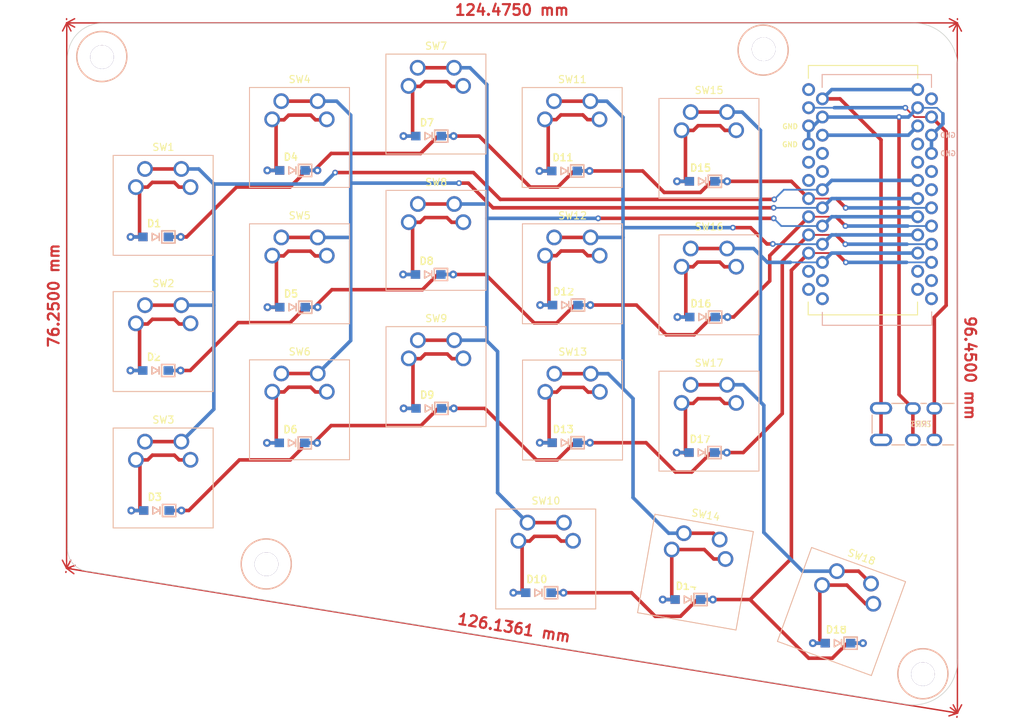
<source format=kicad_pcb>
(kicad_pcb (version 20211014) (generator pcbnew)
  (layers (0 "F.Cu" signal) (31 "B.Cu" signal) (34 "B.Paste" user) (35 "F.Paste" user) (36 "B.SilkS" user "B.Silkscreen") (37 "F.SilkS" user "F.Silkscreen") (38 "B.Mask" user) (39 "F.Mask" user) (44 "Edge.Cuts" user))
  (net 0 "")
  (net 1 "row0")
  (net 2 "Net-(D1-Pad2)")
  (net 3 "row1")
  (net 4 "Net-(D2-Pad2)")
  (net 5 "row2")
  (net 6 "Net-(D3-Pad2)")
  (net 7 "Net-(D4-Pad2)")
  (net 8 "Net-(D5-Pad2)")
  (net 9 "Net-(D6-Pad2)")
  (net 10 "Net-(D7-Pad2)")
  (net 11 "Net-(D8-Pad2)")
  (net 12 "Net-(D9-Pad2)")
  (net 13 "row3")
  (net 14 "Net-(D10-Pad2)")
  (net 15 "Net-(D11-Pad2)")
  (net 16 "Net-(D12-Pad2)")
  (net 17 "Net-(D13-Pad2)")
  (net 18 "Net-(D14-Pad2)")
  (net 19 "Net-(D15-Pad2)")
  (net 20 "Net-(D16-Pad2)")
  (net 21 "Net-(D17-Pad2)")
  (net 22 "Net-(D18-Pad2)")
  (net 24 "data")
  (net 25 "GND")
  (net 26 "reset")
  (net 27 "col0")
  (net 28 "col1")
  (net 29 "col2")
  (net 30 "col3")
  (net 31 "col4")
  (net 40 "raw")
  (footprint "chocolad:SW_Cherry_ds" (layer "F.Cu") (at 103.1 119.05)
    (fp_text reference "SW6")
    (fp_text value "SW_PUSH")
  )
  (footprint "chocolad:SW_Cherry_ds" (layer "F.Cu") (at 141.25 119.075)
    (fp_text reference "SW13")
    (fp_text value "SW_PUSH")
  )
  (footprint "chocolad:SOD_123" (layer "F.Cu") (at 82.75 94.9 180)
    (fp_text reference "D1")
    (fp_text value "D")
  )
  (footprint "chocolad:SW_Cherry_ds" (layer "F.Cu") (at 122.177235 114.396441)
    (fp_text reference "SW9")
    (fp_text value "SW_PUSH")
  )
  (footprint "chocolad:SW_Cherry_ds" (layer "F.Cu") (at 141.2 80.975)
    (fp_text reference "SW11")
    (fp_text value "SW_PUSH")
  )
  (footprint "chocolad:SOD_123" (layer "F.Cu") (at 139.875 85.675 180)
    (fp_text reference "D11")
    (fp_text value "D")
  )
  (footprint "chocolad:SW_Cherry_ds" (layer "F.Cu") (at 103.09 80.97)
    (fp_text reference "SW4")
    (fp_text value "SW_PUSH")
  )
  (footprint "chocolad:SW_Cherry_ds" (layer "F.Cu") (at 122.175 95.35)
    (fp_text reference "SW8")
    (fp_text value "SW_PUSH")
  )
  (footprint "chocolad:SW_Cherry_ds" (layer "F.Cu") (at 158.425 141.75 -10)
    (fp_text reference "SW14")
    (fp_text value "SW_PUSH")
  )
  (footprint "chocolad:SW_Cherry_ds" (layer "F.Cu") (at 137.5 139.9)
    (fp_text reference "SW10")
    (fp_text value "SW_PUSH")
  )
  (footprint "chocolad:SOD_123" (layer "F.Cu") (at 136.225 144.65 180)
    (fp_text reference "D10")
    (fp_text value "D")
  )
  (footprint "chocolad:SOD_123" (layer "F.Cu") (at 82.725 113.575 180)
    (fp_text reference "D2")
    (fp_text value "D")
  )
  (footprint "chocolad:SW_Cherry_ds" (layer "F.Cu") (at 84.05 109.5)
    (fp_text reference "SW2")
    (fp_text value "SW_PUSH")
  )
  (footprint "chocolad:SOD_123" (layer "F.Cu") (at 101.85 85.6 180)
    (fp_text reference "D4")
    (fp_text value "D")
  )
  (footprint "" (layer "F.Cu") (at 190.175 156.025)
    (fp_text reference "")
    (fp_text value "")
  )
  (footprint "chocolad:SW_Cherry_ds" (layer "F.Cu") (at 84.05 90.45)
    (fp_text reference "SW1")
    (fp_text value "SW_PUSH")
  )
  (footprint "promicro:ProMicro" (layer "F.Cu") (at 183.725 88.325)
    (fp_text reference "U2" hide)
    (fp_text value "ProMicro")
  )
  (footprint "chocolad:SOD_123" (layer "F.Cu") (at 82.85 133.15 180)
    (fp_text reference "D3")
    (fp_text value "D")
  )
  (footprint "" (layer "F.Cu") (at 98.45 140.65)
    (fp_text reference "")
    (fp_text value "")
  )
  (footprint "chocolad:SOD_123" (layer "F.Cu") (at 159.1 87.125 180)
    (fp_text reference "D15")
    (fp_text value "D")
  )
  (footprint "chocolad:TRRS" (layer "F.Cu") (at 194.975 121.075 -90)
    (fp_text reference "J1")
    (fp_text value "TRRS" hide)
  )
  (footprint "" (layer "F.Cu") (at 167.925 68.65)
    (fp_text reference "")
    (fp_text value "")
  )
  (footprint "chocolad:SOD_123" (layer "F.Cu") (at 120.825 100.15 180)
    (fp_text reference "D8")
    (fp_text value "D")
  )
  (footprint "chocolad:SW_Cherry_ds" (layer "F.Cu") (at 178.832043 147.260058 -20)
    (fp_text reference "SW18")
    (fp_text value "SW_PUSH")
  )
  (footprint "chocolad:SOD_123" (layer "F.Cu") (at 101.8 123.7 180)
    (fp_text reference "D6")
    (fp_text value "D")
  )
  (footprint "chocolad:SW_Cherry_ds" (layer "F.Cu") (at 160.3 82.495)
    (fp_text reference "SW15")
    (fp_text value "SW_PUSH")
  )
  (footprint "chocolad:SW_Cherry_ds" (layer "F.Cu") (at 160.3 120.625)
    (fp_text reference "SW17")
    (fp_text value "SW_PUSH")
  )
  (footprint "chocolad:SOD_123" (layer "F.Cu") (at 120.875 80.8 180)
    (fp_text reference "D7")
    (fp_text value "D")
  )
  (footprint "chocolad:SOD_123" (layer "F.Cu") (at 159.15 106.1 180)
    (fp_text reference "D16")
    (fp_text value "D")
  )
  (footprint "chocolad:SOD_123" (layer "F.Cu") (at 101.875 104.725 180)
    (fp_text reference "D5")
    (fp_text value "D")
  )
  (footprint "chocolad:SW_Cherry_ds" (layer "F.Cu") (at 84.05 128.575)
    (fp_text reference "SW3")
    (fp_text value "SW_PUSH")
  )
  (footprint "chocolad:SW_Cherry_ds" (layer "F.Cu") (at 103.1 100.025)
    (fp_text reference "SW5")
    (fp_text value "SW_PUSH")
  )
  (footprint "chocolad:SW_Cherry_ds" (layer "F.Cu") (at 141.225 100.025)
    (fp_text reference "SW12")
    (fp_text value "SW_PUSH")
  )
  (footprint "chocolad:SW_Cherry_ds" (layer "F.Cu") (at 122.15 76.3)
    (fp_text reference "SW7")
    (fp_text value "SW_PUSH")
  )
  (footprint "chocolad:SW_Cherry_ds" (layer "F.Cu") (at 160.3 101.575)
    (fp_text reference "SW16")
    (fp_text value "SW_PUSH")
  )
  (footprint "chocolad:SOD_123" (layer "F.Cu") (at 139.925 123.675 180)
    (fp_text reference "D13")
    (fp_text value "D")
  )
  (footprint "promicro:ProMicro" (layer "F.Cu") (at 181.8 87.025)
    (fp_text reference "U1" hide)
    (fp_text value "ProMicro")
  )
  (footprint "chocolad:SOD_123" (layer "F.Cu") (at 157.1 145.6 180)
    (fp_text reference "D14")
    (fp_text value "D")
  )
  (footprint "" (layer "F.Cu") (at 75.475 69.75)
    (fp_text reference "")
    (fp_text value "")
  )
  (footprint "chocolad:SOD_123" (layer "F.Cu") (at 120.9 118.875 180)
    (fp_text reference "D9")
    (fp_text value "D")
  )
  (footprint "chocolad:SOD_123" (layer "F.Cu") (at 159.05 125.05 180)
    (fp_text reference "D17")
    (fp_text value "D")
  )
  (footprint "chocolad:SOD_123" (layer "F.Cu") (at 178.075 151.7 180)
    (fp_text reference "D18")
    (fp_text value "D")
  )
  (footprint "chocolad:SOD_123" (layer "F.Cu") (at 139.975 104.425 180)
    (fp_text reference "D12")
    (fp_text value "D")
  )
  (gr_circle (center 167.85 68.775) (end 171.35 68.775) (layer "B.SilkS") (width 0.2) (fill none))
  (gr_line (start 176.1 72.2) (end 176.1 74) (layer "B.SilkS") (width 0.15))
  (gr_circle (center 190.175 155.975) (end 193.675 155.975) (layer "B.SilkS") (width 0.2) (fill none))
  (gr_line (start 191.4 107.25) (end 191.4 105.375) (layer "B.SilkS") (width 0.15))
  (gr_line (start 191.375 72.2) (end 176.1 72.2) (layer "B.SilkS") (width 0.15))
  (gr_circle (center 98.425 140.625) (end 101.925 140.625) (layer "B.SilkS") (width 0.2) (fill none))
  (gr_circle (center 75.45 69.675) (end 78.95 69.675) (layer "B.SilkS") (width 0.2) (fill none))
  (gr_line (start 176.125 107.25) (end 191.4 107.25) (layer "B.SilkS") (width 0.15))
  (gr_line (start 191.375 74) (end 191.375 72.2) (layer "B.SilkS") (width 0.15))
  (gr_line (start 176.125 105.45) (end 176.125 107.25) (layer "B.SilkS") (width 0.15))
  (gr_line (start 174.175 70.925) (end 174.175 72.725) (layer "F.SilkS") (width 0.15))
  (gr_circle (center 190.175 155.975) (end 193.675 155.975) (layer "F.SilkS") (width 0.2) (fill none))
  (gr_line (start 174.15 104) (end 174.15 105.8) (layer "F.SilkS") (width 0.15))
  (gr_circle (center 98.425 140.625) (end 101.925 140.625) (layer "F.SilkS") (width 0.2) (fill none))
  (gr_circle (center 167.85 68.775) (end 171.35 68.775) (layer "F.SilkS") (width 0.2) (fill none))
  (gr_line (start 189.45 72.725) (end 189.45 70.925) (layer "F.SilkS") (width 0.15))
  (gr_line (start 189.45 70.925) (end 174.175 70.925) (layer "F.SilkS") (width 0.15))
  (gr_line (start 189.425 105.8) (end 189.425 104) (layer "F.SilkS") (width 0.15))
  (gr_circle (center 75.45 69.675) (end 78.95 69.675) (layer "F.SilkS") (width 0.2) (fill none))
  (gr_line (start 174.15 105.8) (end 189.425 105.8) (layer "F.SilkS") (width 0.15))
  (gr_line (start 194.975 154) (end 194.975 70.5) (layer "Edge.Cuts") (width 0.1))
  (gr_arc (start 73.1 141.568941) (mid 71.331582 140.469844) (end 70.675 138.493941) (layer "Edge.Cuts") (width 0.1))
  (gr_arc (start 70.675 70.0225) (mid 72.085992 66.433492) (end 75.675 65.0225) (layer "Edge.Cuts") (width 0.1))
  (gr_arc (start 194.975 154) (mid 192.986142 158.72404) (end 188.1 160.2725) (layer "Edge.Cuts") (width 0.1))
  (gr_line (start 73.1 141.568941) (end 188.1 160.2725) (layer "Edge.Cuts") (width 0.1))
  (gr_arc (start 188.675 65.0225) (mid 192.929659 66.490717) (end 194.975 70.5) (layer "Edge.Cuts") (width 0.1))
  (gr_line (start 188.675 65.0225) (end 75.675 65.0225) (layer "Edge.Cuts") (width 0.1))
  (gr_line (start 70.675 138.493941) (end 70.675 70.0225) (layer "Edge.Cuts") (width 0.1))
  (gr_text "GND" (at 193.7 83.225) (layer "B.SilkS") (effects (font (size 0.7 0.7)) (justify mirror)))
  (gr_text "GND" (at 193.675 80.675) (layer "B.SilkS") (effects (font (size 0.7 0.7)) (justify mirror)))
  (gr_text "GND" (at 171.625 79.45) (layer "F.SilkS") (effects (font (size 0.7 0.7))))
  (gr_text "GND" (at 171.6 81.975) (layer "F.SilkS") (effects (font (size 0.7 0.7))))
  (dimension (type aligned) (layer "F.Cu") (pts (xy 195 65) (xy 195.025 161.45)) (height 0.025006) (gr_text "96,4500 мм" (at 196.787494 113.224539 270.0148512) (layer "F.Cu") (effects (font (size 1.5 1.5) (thickness 0.3)))) (format (units 3) (units_format 1) (precision 4)) (style (thickness 0.2) (arrow_length 1.27) (text_position_mode 0) (extension_height 0.58642) (extension_offset 0.5) keep_text_aligned))
  (dimension (type aligned) (layer "F.Cu") (pts (xy 70.525 64.975) (xy 70.5 141.225)) (height -0.024999) (gr_text "76,2500 мм" (at 68.737499 103.099418 89.9812145) (layer "F.Cu") (effects (font (size 1.5 1.5) (thickness 0.3)))) (format (units 3) (units_format 1) (precision 4)) (style (thickness 0.2) (arrow_length 1.27) (text_position_mode 0) (extension_height 0.58642) (extension_offset 0.5) keep_text_aligned))
  (dimension (type aligned) (layer "F.Cu") (pts (xy 195 65) (xy 70.525 65)) (height 0.025) (gr_text "124,4750 мм" (at 132.7625 63.175) (layer "F.Cu") (effects (font (size 1.5 1.5) (thickness 0.3)))) (format (units 3) (units_format 1) (precision 4)) (style (thickness 0.2) (arrow_length 1.27) (text_position_mode 0) (extension_height 0.58642) (extension_offset 0.5) keep_text_aligned))
  (dimension (type aligned) (layer "F.Cu") (pts (xy 70.524999 141.2) (xy 195.025 161.45)) (height 0.024693) (gr_text "126,1361 мм" (at 133.060009 149.57272 350.7617071) (layer "F.Cu") (effects (font (size 1.5 1.5) (thickness 0.3)))) (format (units 3) (units_format 1) (precision 4)) (style (thickness 0.2) (arrow_length 1.27) (text_position_mode 0) (extension_height 0.58642) (extension_offset 0.5) keep_text_aligned))
  (segment (start 179.385 90.835) (end 178.085 89.535) (width 0.5) (layer "F.Cu") (net 1))
  (segment (start 105.125 85.6) (end 107.5 83.225) (width 0.5) (layer "F.Cu") (net 1))
  (segment (start 128.175 80.8) (end 135.3 87.925) (width 0.5) (layer "F.Cu") (net 1))
  (segment (start 94.275 87.925) (end 101.75 87.925) (width 0.5) (layer "F.Cu") (net 1))
  (segment (start 87.3 94.9) (end 94.275 87.925) (width 0.5) (layer "F.Cu") (net 1))
  (segment (start 135.3 87.925) (end 139.172957 87.925) (width 0.5) (layer "F.Cu") (net 1))
  (segment (start 107.5 83.225) (end 119.997957 83.225) (width 0.5) (layer "F.Cu") (net 1))
  (segment (start 171.8 87.125) (end 174.21 89.535) (width 0.5) (layer "F.Cu") (net 1))
  (segment (start 101.75 87.925) (end 103.398066 86.276934) (width 0.5) (layer "F.Cu") (net 1))
  (segment (start 162.375 87.125) (end 171.8 87.125) (width 0.5) (layer "F.Cu") (net 1))
  (segment (start 143.15 85.675) (end 151.025 85.675) (width 0.5) (layer "F.Cu") (net 1))
  (segment (start 124.15 80.8) (end 128.175 80.8) (width 0.5) (layer "F.Cu") (net 1))
  (segment (start 86.025 94.9) (end 87.3 94.9) (width 0.5) (layer "F.Cu") (net 1))
  (segment (start 119.997957 83.225) (end 122.423066 80.799891) (width 0.5) (layer "F.Cu") (net 1))
  (segment (start 159.097957 88.675) (end 160.648066 87.124891) (width 0.5) (layer "F.Cu") (net 1))
  (segment (start 103.398066 86.276934) (end 103.398066 85.599891) (width 0.5) (layer "F.Cu") (net 1))
  (segment (start 178.085 89.535) (end 174.21 89.535) (width 0.25) (layer "F.Cu") (net 1))
  (segment (start 154.025 88.675) (end 159.097957 88.675) (width 0.5) (layer "F.Cu") (net 1))
  (segment (start 151.025 85.675) (end 154.025 88.675) (width 0.5) (layer "F.Cu") (net 1))
  (segment (start 139.172957 87.925) (end 141.423066 85.674891) (width 0.5) (layer "F.Cu") (net 1))
  (via (at 179.385 90.835) (size 0.8) (drill 0.4) (layers "F.Cu" "B.Cu") (net 1))
  (segment (start 191.375 90.835) (end 188.15 90.835) (width 0.25) (layer "B.Cu") (net 1))
  (segment (start 188.15 90.835) (end 179.385 90.835) (width 0.5) (layer "B.Cu") (net 1))
  (segment (start 80.215 87.935) (end 81.84 87.935) (width 0.5) (layer "F.Cu") (net 2))
  (segment (start 80.215 87.935) (end 80.725 88.445) (width 0.5) (layer "F.Cu") (net 2))
  (segment (start 86.235 87.935) (end 87.835 87.935) (width 0.5) (layer "F.Cu") (net 2))
  (segment (start 85.575 87.275) (end 86.235 87.935) (width 0.5) (layer "F.Cu") (net 2))
  (segment (start 81.84 87.935) (end 82.5 87.275) (width 0.5) (layer "F.Cu") (net 2))
  (segment (start 82.5 87.275) (end 85.575 87.275) (width 0.5) (layer "F.Cu") (net 2))
  (segment (start 80.725 88.445) (end 80.725 94.65) (width 0.5) (layer "F.Cu") (net 2))
  (segment (start 162.425 106.1) (end 163.725 106.1) (width 0.5) (layer "F.Cu") (net 3))
  (segment (start 103.423066 105.226934) (end 103.423066 104.724891) (width 0.5) (layer "F.Cu") (net 3))
  (segment (start 124.1 100.15) (end 129.075 100.15) (width 0.5) (layer "F.Cu") (net 3))
  (segment (start 158.222957 108.575) (end 160.698066 106.099891) (width 0.5) (layer "F.Cu") (net 3))
  (segment (start 154.3 108.575) (end 158.222957 108.575) (width 0.5) (layer "F.Cu") (net 3))
  (segment (start 163.725 106.1) (end 168.775 101.05) (width 0.5) (layer "F.Cu") (net 3))
  (segment (start 120.247957 102.275) (end 122.373066 100.149891) (width 0.5) (layer "F.Cu") (net 3))
  (segment (start 178.05 92.075) (end 174.21 92.075) (width 0.25) (layer "F.Cu") (net 3))
  (segment (start 105.15 104.725) (end 107.6 102.275) (width 0.5) (layer "F.Cu") (net 3))
  (segment (start 129.075 100.15) (end 135.85 106.925) (width 0.5) (layer "F.Cu") (net 3))
  (segment (start 107.6 102.275) (end 120.247957 102.275) (width 0.5) (layer "F.Cu") (net 3))
  (segment (start 143.25 104.425) (end 150.15 104.425) (width 0.5) (layer "F.Cu") (net 3))
  (segment (start 168.775 97.51) (end 174.21 92.075) (width 0.5) (layer "F.Cu") (net 3))
  (segment (start 94.5 106.875) (end 101.775 106.875) (width 0.5) (layer "F.Cu") (net 3))
  (segment (start 135.85 106.925) (end 139.022957 106.925) (width 0.5) (layer "F.Cu") (net 3))
  (segment (start 101.775 106.875) (end 103.423066 105.226934) (width 0.5) (layer "F.Cu") (net 3))
  (segment (start 87.8 113.575) (end 94.5 106.875) (width 0.5) (layer "F.Cu") (net 3))
  (segment (start 139.022957 106.925) (end 141.523066 104.424891) (width 0.5) (layer "F.Cu") (net 3))
  (segment (start 150.15 104.425) (end 154.3 108.575) (width 0.5) (layer "F.Cu") (net 3))
  (segment (start 86 113.575) (end 87.8 113.575) (width 0.5) (layer "F.Cu") (net 3))
  (segment (start 179.35 93.375) (end 178.05 92.075) (width 0.5) (layer "F.Cu") (net 3))
  (segment (start 168.775 101.05) (end 168.775 97.51) (width 0.5) (layer "F.Cu") (net 3))
  (via (at 179.35 93.375) (size 0.8) (drill 0.4) (layers "F.Cu" "B.Cu") (net 3))
  (segment (start 188.05 93.375) (end 179.35 93.375) (width 0.5) (layer "B.Cu") (net 3))
  (segment (start 191.375 93.375) (end 188.05 93.375) (width 0.25) (layer "B.Cu") (net 3))
  (segment (start 80.23 107.075) (end 81.855 107.075) (width 0.5) (layer "F.Cu") (net 4))
  (segment (start 85.59 106.415) (end 86.25 107.075) (width 0.5) (layer "F.Cu") (net 4))
  (segment (start 86.25 107.075) (end 87.85 107.075) (width 0.5) (layer "F.Cu") (net 4))
  (segment (start 80.24 107.065) (end 80.725967 107.550967) (width 0.5) (layer "F.Cu") (net 4))
  (segment (start 82.515 106.415) (end 85.59 106.415) (width 0.5) (layer "F.Cu") (net 4))
  (segment (start 81.855 107.075) (end 82.515 106.415) (width 0.5) (layer "F.Cu") (net 4))
  (segment (start 80.725967 113.755967) (end 80.75 113.78) (width 0.5) (layer "F.Cu") (net 4))
  (segment (start 80.725967 107.550967) (end 80.725967 113.755967) (width 0.5) (layer "F.Cu") (net 4))
  (segment (start 178.04 94.615) (end 174.21 94.615) (width 0.25) (layer "F.Cu") (net 5))
  (segment (start 165.075 125.05) (end 162.325 125.05) (width 0.5) (layer "F.Cu") (net 5))
  (segment (start 151.5 123.675) (end 155.6 127.775) (width 0.5) (layer "F.Cu") (net 5))
  (segment (start 101.775 126.075) (end 103.348066 124.501934) (width 0.5) (layer "F.Cu") (net 5))
  (segment (start 107.5 121.275) (end 120.047957 121.275) (width 0.5) (layer "F.Cu") (net 5))
  (segment (start 170.525 119.6) (end 165.075 125.05) (width 0.5) (layer "F.Cu") (net 5))
  (segment (start 157.872957 127.775) (end 160.598066 125.049891) (width 0.5) (layer "F.Cu") (net 5))
  (segment (start 174.21 94.615) (end 170.525 98.3) (width 0.5) (layer "F.Cu") (net 5))
  (segment (start 143.2 123.675) (end 151.5 123.675) (width 0.5) (layer "F.Cu") (net 5))
  (segment (start 155.6 127.775) (end 157.872957 127.775) (width 0.5) (layer "F.Cu") (net 5))
  (segment (start 94.675 126.075) (end 101.775 126.075) (width 0.5) (layer "F.Cu") (net 5))
  (segment (start 128.975 118.875) (end 136.175 126.075) (width 0.5) (layer "F.Cu") (net 5))
  (segment (start 105.075 123.7) (end 107.5 121.275) (width 0.5) (layer "F.Cu") (net 5))
  (segment (start 170.525 98.3) (end 170.525 119.6) (width 0.5) (layer "F.Cu") (net 5))
  (segment (start 179.34 95.915) (end 178.04 94.615) (width 0.5) (layer "F.Cu") (net 5))
  (segment (start 124.175 118.875) (end 128.975 118.875) (width 0.5) (layer "F.Cu") (net 5))
  (segment (start 136.175 126.075) (end 139.072957 126.075) (width 0.5) (layer "F.Cu") (net 5))
  (segment (start 103.348066 124.501934) (end 103.348066 123.699891) (width 0.5) (layer "F.Cu") (net 5))
  (segment (start 86.125 133.15) (end 87.6 133.15) (width 0.5) (layer "F.Cu") (net 5))
  (segment (start 87.6 133.15) (end 94.675 126.075) (width 0.5) (layer "F.Cu") (net 5))
  (segment (start 120.047957 121.275) (end 122.448066 118.874891) (width 0.5) (layer "F.Cu") (net 5))
  (segment (start 139.072957 126.075) (end 141.473066 123.674891) (width 0.5) (layer "F.Cu") (net 5))
  (via (at 179.34 95.915) (size 0.8) (drill 0.4) (layers "F.Cu" "B.Cu") (net 5))
  (segment (start 191.375 95.915) (end 187.965 95.915) (width 0.25) (layer "B.Cu") (net 5))
  (segment (start 187.965 95.915) (end 179.34 95.915) (width 0.5) (layer "B.Cu") (net 5))
  (segment (start 80.775 126.675) (end 80.775 133.025) (width 0.5) (layer "F.Cu") (net 6))
  (segment (start 80.23 126.075) (end 81.855 126.075) (width 0.5) (layer "F.Cu") (net 6))
  (segment (start 81.855 126.075) (end 82.515 125.415) (width 0.5) (layer "F.Cu") (net 6))
  (segment (start 85.59 125.415) (end 86.25 126.075) (width 0.5) (layer "F.Cu") (net 6))
  (segment (start 86.25 126.075) (end 87.85 126.075) (width 0.5) (layer "F.Cu") (net 6))
  (segment (start 80.265 126.165) (end 80.775 126.675) (width 0.5) (layer "F.Cu") (net 6))
  (segment (start 82.515 125.415) (end 85.59 125.415) (width 0.5) (layer "F.Cu") (net 6))
  (segment (start 99.8 79) (end 99.8 85.350967) (width 0.5) (layer "F.Cu") (net 7))
  (segment (start 105.3 78.525) (end 106.9 78.525) (width 0.5) (layer "F.Cu") (net 7))
  (segment (start 99.28 78.525) (end 100.905 78.525) (width 0.5) (layer "F.Cu") (net 7))
  (segment (start 100.905 78.525) (end 101.565 77.865) (width 0.5) (layer "F.Cu") (net 7))
  (segment (start 101.565 77.865) (end 104.64 77.865) (width 0.5) (layer "F.Cu") (net 7))
  (segment (start 104.64 77.865) (end 105.3 78.525) (width 0.5) (layer "F.Cu") (net 7))
  (segment (start 99.29 78.49) (end 99.8 79) (width 0.5) (layer "F.Cu") (net 7))
  (segment (start 99.85 98.15) (end 99.85 104.5) (width 0.5) (layer "F.Cu") (net 8))
  (segment (start 99.23 97.55) (end 100.855 97.55) (width 0.5) (layer "F.Cu") (net 8))
  (segment (start 100.855 97.55) (end 101.515 96.89) (width 0.5) (layer "F.Cu") (net 8))
  (segment (start 99.34 97.64) (end 99.85 98.15) (width 0.5) (layer "F.Cu") (net 8))
  (segment (start 105.25 97.55) (end 106.85 97.55) (width 0.5) (layer "F.Cu") (net 8))
  (segment (start 101.515 96.89) (end 104.59 96.89) (width 0.5) (layer "F.Cu") (net 8))
  (segment (start 104.59 96.89) (end 105.25 97.55) (width 0.5) (layer "F.Cu") (net 8))
  (segment (start 99.825 123.599033) (end 99.825967 123.6) (width 0.5) (layer "F.Cu") (net 9))
  (segment (start 100.905 116.575) (end 101.565 115.915) (width 0.5) (layer "F.Cu") (net 9))
  (segment (start 99.825 117.15) (end 99.825 123.599033) (width 0.5) (layer "F.Cu") (net 9))
  (segment (start 104.64 115.915) (end 105.3 116.575) (width 0.5) (layer "F.Cu") (net 9))
  (segment (start 99.28 116.575) (end 100.905 116.575) (width 0.5) (layer "F.Cu") (net 9))
  (segment (start 105.3 116.575) (end 106.9 116.575) (width 0.5) (layer "F.Cu") (net 9))
  (segment (start 99.315 116.64) (end 99.825 117.15) (width 0.5) (layer "F.Cu") (net 9))
  (segment (start 101.565 115.915) (end 104.64 115.915) (width 0.5) (layer "F.Cu") (net 9))
  (segment (start 118.875 74.45) (end 118.875 80.8) (width 0.5) (layer "F.Cu") (net 10))
  (segment (start 124.325 73.85) (end 125.925 73.85) (width 0.5) (layer "F.Cu") (net 10))
  (segment (start 120.59 73.19) (end 123.665 73.19) (width 0.5) (layer "F.Cu") (net 10))
  (segment (start 123.665 73.19) (end 124.325 73.85) (width 0.5) (layer "F.Cu") (net 10))
  (segment (start 119.93 73.85) (end 120.59 73.19) (width 0.5) (layer "F.Cu") (net 10))
  (segment (start 118.305 73.85) (end 119.93 73.85) (width 0.5) (layer "F.Cu") (net 10))
  (segment (start 118.365 73.94) (end 118.875 74.45) (width 0.5) (layer "F.Cu") (net 10))
  (segment (start 118.305 92.85) (end 119.93 92.85) (width 0.5) (layer "F.Cu") (net 11))
  (segment (start 124.325 92.85) (end 125.925 92.85) (width 0.5) (layer "F.Cu") (net 11))
  (segment (start 118.875 93.475) (end 118.875 99.95) (width 0.5) (layer "F.Cu") (net 11))
  (segment (start 118.365 92.965) (end 118.875 93.475) (width 0.5) (layer "F.Cu") (net 11))
  (segment (start 123.665 92.19) (end 124.325 92.85) (width 0.5) (layer "F.Cu") (net 11))
  (segment (start 119.93 92.85) (end 120.59 92.19) (width 0.5) (layer "F.Cu") (net 11))
  (segment (start 120.59 92.19) (end 123.665 92.19) (width 0.5) (layer "F.Cu") (net 11))
  (segment (start 119.98 111.925) (end 120.64 111.265) (width 0.5) (layer "F.Cu") (net 12))
  (segment (start 118.415 112.015) (end 118.925 112.525) (width 0.5) (layer "F.Cu") (net 12))
  (segment (start 120.64 111.265) (end 123.715 111.265) (width 0.5) (layer "F.Cu") (net 12))
  (segment (start 118.925 112.525) (end 118.925 118.85) (width 0.5) (layer "F.Cu") (net 12))
  (segment (start 123.715 111.265) (end 124.375 111.925) (width 0.5) (layer "F.Cu") (net 12))
  (segment (start 118.355 111.925) (end 119.98 111.925) (width 0.5) (layer "F.Cu") (net 12))
  (segment (start 124.375 111.925) (end 125.975 111.925) (width 0.5) (layer "F.Cu") (net 12))
  (segment (start 174.21 97.155) (end 171.8 99.565) (width 0.5) (layer "F.Cu") (net 13))
  (segment (start 160.375 145.6) (end 166.025 145.6) (width 0.5) (layer "F.Cu") (net 13))
  (segment (start 139.5 144.65) (end 149.475 144.65) (width 0.5) (layer "F.Cu") (net 13))
  (segment (start 152.775 147.95) (end 156.297957 147.95) (width 0.5) (layer "F.Cu") (net 13))
  (segment (start 156.297957 147.95) (end 158.648066 145.599891) (width 0.5) (layer "F.Cu") (net 13))
  (segment (start 166.2 145.775) (end 174.225 153.8) (width 0.5) (layer "F.Cu") (net 13))
  (segment (start 179.405 98.455) (end 178.105 97.155) (width 0.5) (layer "F.Cu") (net 13))
  (segment (start 166.025 145.6) (end 166.2 145.775) (width 0.5) (layer "F.Cu") (net 13))
  (segment (start 171.8 139.85) (end 166.05 145.6) (width 0.5) (layer "F.Cu") (net 13))
  (segment (start 177.522957 153.8) (end 179.623066 151.699891) (width 0.5) (layer "F.Cu") (net 13))
  (segment (start 174.225 153.8) (end 177.522957 153.8) (width 0.5) (layer "F.Cu") (net 13))
  (segment (start 171.8 99.565) (end 171.8 139.85) (width 0.5) (layer "F.Cu") (net 13))
  (segment (start 178.105 97.155) (end 174.21 97.155) (width 0.25) (layer "F.Cu") (net 13))
  (segment (start 149.475 144.65) (end 152.775 147.95) (width 0.5) (layer "F.Cu") (net 13))
  (via (at 179.405 98.455) (size 0.8) (drill 0.4) (layers "F.Cu" "B.Cu") (net 13))
  (segment (start 187.9 98.455) (end 179.405 98.455) (width 0.5) (layer "B.Cu") (net 13))
  (segment (start 191.375 98.455) (end 187.9 98.455) (width 0.25) (layer "B.Cu") (net 13))
  (segment (start 139.625 137.425) (end 141.225 137.425) (width 0.5) (layer "F.Cu") (net 14))
  (segment (start 138.965 136.765) (end 139.625 137.425) (width 0.5) (layer "F.Cu") (net 14))
  (segment (start 133.605 137.425) (end 135.23 137.425) (width 0.5) (layer "F.Cu") (net 14))
  (segment (start 135.23 137.425) (end 135.89 136.765) (width 0.5) (layer "F.Cu") (net 14))
  (segment (start 134.175 138) (end 134.175 144.5) (width 0.5) (layer "F.Cu") (net 14))
  (segment (start 135.89 136.765) (end 138.965 136.765) (width 0.5) (layer "F.Cu") (net 14))
  (segment (start 133.665 137.49) (end 134.175 138) (width 0.5) (layer "F.Cu") (net 14))
  (segment (start 143.325 78.5) (end 144.925 78.5) (width 0.5) (layer "F.Cu") (net 15))
  (segment (start 137.305 78.5) (end 138.93 78.5) (width 0.5) (layer "F.Cu") (net 15))
  (segment (start 137.825 79.1) (end 137.825 85.45) (width 0.5) (layer "F.Cu") (net 15))
  (segment (start 137.315 78.59) (end 137.825 79.1) (width 0.5) (layer "F.Cu") (net 15))
  (segment (start 139.59 77.84) (end 142.665 77.84) (width 0.5) (layer "F.Cu") (net 15))
  (segment (start 142.665 77.84) (end 143.325 78.5) (width 0.5) (layer "F.Cu") (net 15))
  (segment (start 138.93 78.5) (end 139.59 77.84) (width 0.5) (layer "F.Cu") (net 15))
  (segment (start 137.925 98.15) (end 137.925 104.5) (width 0.5) (layer "F.Cu") (net 16))
  (segment (start 137.33 97.525) (end 138.955 97.525) (width 0.5) (layer "F.Cu") (net 16))
  (segment (start 138.955 97.525) (end 139.615 96.865) (width 0.5) (layer "F.Cu") (net 16))
  (segment (start 139.615 96.865) (end 142.69 96.865) (width 0.5) (layer "F.Cu") (net 16))
  (segment (start 143.35 97.525) (end 144.95 97.525) (width 0.5) (layer "F.Cu") (net 16))
  (segment (start 142.69 96.865) (end 143.35 97.525) (width 0.5) (layer "F.Cu") (net 16))
  (segment (start 137.415 97.64) (end 137.925 98.15) (width 0.5) (layer "F.Cu") (net 16))
  (segment (start 137.44 116.64) (end 137.95 117.15) (width 0.5) (layer "F.Cu") (net 17))
  (segment (start 142.74 115.94) (end 143.4 116.6) (width 0.5) (layer "F.Cu") (net 17))
  (segment (start 143.4 116.6) (end 145 116.6) (width 0.5) (layer "F.Cu") (net 17))
  (segment (start 139.005 116.6) (end 139.665 115.94) (width 0.5) (layer "F.Cu") (net 17))
  (segment (start 137.38 116.6) (end 139.005 116.6) (width 0.5) (layer "F.Cu") (net 17))
  (segment (start 137.95 117.15) (end 137.95 123.475) (width 0.5) (layer "F.Cu") (net 17))
  (segment (start 139.665 115.94) (end 142.74 115.94) (width 0.5) (layer "F.Cu") (net 17))
  (segment (start 155.084987 138.607268) (end 159.632268 138.607268) (width 0.5) (layer "F.Cu") (net 18))
  (segment (start 160.955467 139.930467) (end 162.589223 139.930467) (width 0.5) (layer "F.Cu") (net 18))
  (segment (start 159.632268 138.607268) (end 160.955467 139.930467) (width 0.5) (layer "F.Cu") (net 18))
  (segment (start 155.084987 138.607268) (end 155.084987 145.534987) (width 0.5) (layer "F.Cu") (net 18))
  (segment (start 158.105 80) (end 158.765 79.34) (width 0.5) (layer "F.Cu") (net 19))
  (segment (start 162.5 80) (end 164.1 80) (width 0.5) (layer "F.Cu") (net 19))
  (segment (start 157 80.55) (end 157 87.075) (width 0.5) (layer "F.Cu") (net 19))
  (segment (start 158.765 79.34) (end 161.84 79.34) (width 0.5) (layer "F.Cu") (net 19))
  (segment (start 161.84 79.34) (end 162.5 80) (width 0.5) (layer "F.Cu") (net 19))
  (segment (start 156.48 80) (end 158.105 80) (width 0.5) (layer "F.Cu") (net 19))
  (segment (start 156.49 80.04) (end 157 80.55) (width 0.5) (layer "F.Cu") (net 19))
  (segment (start 157.05 99.725) (end 157.05 106) (width 0.5) (layer "F.Cu") (net 20))
  (segment (start 162.45 99.075) (end 164.05 99.075) (width 0.5) (layer "F.Cu") (net 20))
  (segment (start 158.715 98.415) (end 161.79 98.415) (width 0.5) (layer "F.Cu") (net 20))
  (segment (start 157.05 106) (end 157.075 106.025) (width 0.5) (layer "F.Cu") (net 20))
  (segment (start 156.54 99.215) (end 157.05 99.725) (width 0.5) (layer "F.Cu") (net 20))
  (segment (start 158.055 99.075) (end 158.715 98.415) (width 0.5) (layer "F.Cu") (net 20))
  (segment (start 161.79 98.415) (end 162.45 99.075) (width 0.5) (layer "F.Cu") (net 20))
  (segment (start 156.43 99.075) (end 158.055 99.075) (width 0.5) (layer "F.Cu") (net 20))
  (segment (start 157 118.75) (end 157 125.225967) (width 0.5) (layer "F.Cu") (net 21))
  (segment (start 162.475 118.175) (end 164.075 118.175) (width 0.5) (layer "F.Cu") (net 21))
  (segment (start 157 125.225967) (end 156.975967 125.25) (width 0.5) (layer "F.Cu") (net 21))
  (segment (start 161.815 117.515) (end 162.475 118.175) (width 0.5) (layer "F.Cu") (net 21))
  (segment (start 156.49 118.24) (end 157 118.75) (width 0.5) (layer "F.Cu") (net 21))
  (segment (start 158.74 117.515) (end 161.815 117.515) (width 0.5) (layer "F.Cu") (net 21))
  (segment (start 156.455 118.175) (end 158.08 118.175) (width 0.5) (layer "F.Cu") (net 21))
  (segment (start 158.08 118.175) (end 158.74 117.515) (width 0.5) (layer "F.Cu") (net 21))
  (segment (start 175.775 143.898586) (end 175.775 151.222996) (width 0.5) (layer "F.Cu") (net 22))
  (segment (start 176.088502 143.585084) (end 179.560084 143.585084) (width 0.5) (layer "F.Cu") (net 22))
  (segment (start 182.166277 146.191277) (end 183.24896 146.191277) (width 0.5) (layer "F.Cu") (net 22))
  (segment (start 179.560084 143.585084) (end 182.166277 146.191277) (width 0.5) (layer "F.Cu") (net 22))
  (segment (start 175.775 151.222996) (end 176.088502 151.536498) (width 0.5) (layer "F.Cu") (net 22))
  (segment (start 176.088502 143.585084) (end 175.775 143.898586) (width 0.5) (layer "F.Cu") (net 22))
  (segment (start 191.775 106.125) (end 193.425 104.475) (width 0.5) (layer "F.Cu") (net 24))
  (segment (start 191.775 118.875) (end 191.775 106.125) (width 0.5) (layer "F.Cu") (net 24))
  (segment (start 191.775 118.875) (end 191.775 123.275) (width 0.5) (layer "F.Cu") (net 24))
  (segment (start 189.017588 78.135) (end 191.375 78.135) (width 0.25) (layer "F.Cu") (net 24))
  (segment (start 193.425 80.185) (end 191.375 78.135) (width 0.5) (layer "F.Cu") (net 24))
  (segment (start 193.425 104.475) (end 193.425 80.185) (width 0.5) (layer "F.Cu") (net 24))
  (segment (start 187.717588 76.835) (end 189.017588 78.135) (width 0.25) (layer "F.Cu") (net 24))
  (via (at 187.717588 76.835) (size 0.8) (drill 0.4) (layers "F.Cu" "B.Cu") (net 24))
  (segment (start 187.707588 76.825) (end 187.717588 76.835) (width 0.25) (layer "B.Cu") (net 24))
  (segment (start 177.8 76.825) (end 187.707588 76.825) (width 0.5) (layer "B.Cu") (net 24))
  (segment (start 177.79 76.835) (end 177.8 76.825) (width 0.25) (layer "B.Cu") (net 24))
  (segment (start 174.21 76.835) (end 177.79 76.835) (width 0.25) (layer "B.Cu") (net 24))
  (segment (start 186.839821 78.135179) (end 186.839821 116.939821) (width 0.5) (layer "F.Cu") (net 25))
  (segment (start 186.839821 116.939821) (end 188.775 118.875) (width 0.5) (layer "F.Cu") (net 25))
  (segment (start 188.775 118.875) (end 188.775 123.275) (width 0.5) (layer "F.Cu") (net 25))
  (via (at 186.839821 78.135179) (size 0.8) (drill 0.4) (layers "F.Cu" "B.Cu") (net 25))
  (segment (start 192.15 76.85) (end 189.465 76.85) (width 0.25) (layer "B.Cu") (net 25))
  (segment (start 191.375 80.675) (end 191.375 83.215) (width 0.5) (layer "B.Cu") (net 25))
  (segment (start 174.21 79.375) (end 174.21 81.915) (width 0.5) (layer "B.Cu") (net 25))
  (segment (start 186.84 78.135) (end 176.135 78.135) (width 0.5) (layer "B.Cu") (net 25))
  (segment (start 174.21 79.375) (end 174.895 79.375) (width 0.5) (layer "B.Cu") (net 25))
  (segment (start 192.975 79.075) (end 191.375 80.675) (width 0.5) (layer "B.Cu") (net 25))
  (segment (start 186.691915 78.135179) (end 186.839821 78.135179) (width 0.5) (layer "B.Cu") (net 25))
  (segment (start 192.975 77.675) (end 192.975 79.075) (width 0.5) (layer "B.Cu") (net 25))
  (segment (start 186.839821 78.135179) (end 188.149821 78.135179) (width 0.5) (layer "B.Cu") (net 25))
  (segment (start 174.895 79.375) (end 176.135 78.135) (width 0.5) (layer "B.Cu") (net 25))
  (segment (start 192.975 77.675) (end 192.15 76.85) (width 0.25) (layer "B.Cu") (net 25))
  (segment (start 189.465 76.85) (end 189.45 76.835) (width 0.25) (layer "B.Cu") (net 25))
  (segment (start 188.149821 78.135179) (end 189.45 76.835) (width 0.5) (layer "B.Cu") (net 25))
  (segment (start 188.15 80.675) (end 189.45 79.375) (width 0.5) (layer "B.Cu") (net 26))
  (segment (start 176.135 80.675) (end 188.15 80.675) (width 0.5) (layer "B.Cu") (net 26))
  (segment (start 169.4 89.65) (end 131.125 89.65) (width 0.5) (layer "F.Cu") (net 27))
  (segment (start 131.125 89.65) (end 127.375 85.9) (width 0.5) (layer "F.Cu") (net 27))
  (segment (start 81.485 104.445) (end 86.565 104.445) (width 0.5) (layer "F.Cu") (net 27))
  (segment (start 81.485 123.52) (end 86.565 123.52) (width 0.5) (layer "F.Cu") (net 27))
  (segment (start 127.375 85.9) (end 108.05 85.9) (width 0.5) (layer "F.Cu") (net 27))
  (segment (start 81.485 85.395) (end 86.565 85.395) (width 0.5) (layer "F.Cu") (net 27))
  (via (at 108.05 85.9) (size 0.8) (drill 0.4) (layers "F.Cu" "B.Cu") (net 27))
  (via (at 169.4 89.65) (size 0.8) (drill 0.4) (layers "F.Cu" "B.Cu") (net 27))
  (segment (start 91.1 87.5) (end 91.1 118.985) (width 0.5) (layer "B.Cu") (net 27))
  (segment (start 170.755 88.295) (end 169.4 89.65) (width 0.25) (layer "B.Cu") (net 27))
  (segment (start 106.45 87.5) (end 91.1 87.5) (width 0.5) (layer "B.Cu") (net 27))
  (segment (start 91.1 118.985) (end 86.565 123.52) (width 0.5) (layer "B.Cu") (net 27))
  (segment (start 86.565 85.395) (end 88.995 85.395) (width 0.5) (layer "B.Cu") (net 27))
  (segment (start 176.135 88.295) (end 170.755 88.295) (width 0.25) (layer "B.Cu") (net 27))
  (segment (start 86.565 104.445) (end 91.095 104.445) (width 0.5) (layer "B.Cu") (net 27))
  (segment (start 91.095 104.445) (end 91.1 104.45) (width 0.5) (layer "B.Cu") (net 27))
  (segment (start 88.995 85.395) (end 91.1 87.5) (width 0.5) (layer "B.Cu") (net 27))
  (segment (start 177.435 86.995) (end 176.135 88.295) (width 0.5) (layer "B.Cu") (net 27))
  (segment (start 189.45 86.995) (end 177.435 86.995) (width 0.5) (layer "B.Cu") (net 27))
  (segment (start 108.05 85.9) (end 106.45 87.5) (width 0.5) (layer "B.Cu") (net 27))
  (segment (start 126.65 87.375) (end 125.35 87.375) (width 0.5) (layer "F.Cu") (net 28))
  (segment (start 130.1 90.825) (end 126.7 87.425) (width 0.5) (layer "F.Cu") (net 28))
  (segment (start 100.535 94.97) (end 105.615 94.97) (width 0.5) (layer "F.Cu") (net 28))
  (segment (start 100.525 75.915) (end 105.605 75.915) (width 0.5) (layer "F.Cu") (net 28))
  (segment (start 169.325 90.825) (end 130.1 90.825) (width 0.5) (layer "F.Cu") (net 28))
  (segment (start 126.7 87.425) (end 126.65 87.375) (width 0.5) (layer "F.Cu") (net 28))
  (segment (start 100.535 113.995) (end 105.615 113.995) (width 0.5) (layer "F.Cu") (net 28))
  (via (at 169.325 90.825) (size 0.8) (drill 0.4) (layers "F.Cu" "B.Cu") (net 28))
  (via (at 125.35 87.375) (size 0.8) (drill 0.4) (layers "F.Cu" "B.Cu") (net 28))
  (segment (start 189.45 89.535) (end 177.435 89.535) (width 0.5) (layer "B.Cu") (net 28))
  (segment (start 125.35 87.375) (end 110.275 87.375) (width 0.5) (layer "B.Cu") (net 28))
  (segment (start 176.135 90.835) (end 169.335 90.835) (width 0.25) (layer "B.Cu") (net 28))
  (segment (start 169.335 90.835) (end 169.325 90.825) (width 0.25) (layer "B.Cu") (net 28))
  (segment (start 110.225 109.385) (end 105.615 113.995) (width 0.5) (layer "B.Cu") (net 28))
  (segment (start 105.605 75.915) (end 108.265 75.915) (width 0.5) (layer "B.Cu") (net 28))
  (segment (start 110.225 77.875) (end 110.225 109.385) (width 0.5) (layer "B.Cu") (net 28))
  (segment (start 105.615 94.97) (end 110.225 94.97) (width 0.5) (layer "B.Cu") (net 28))
  (segment (start 108.265 75.915) (end 110.225 77.875) (width 0.5) (layer "B.Cu") (net 28))
  (segment (start 177.435 89.535) (end 176.135 90.835) (width 0.5) (layer "B.Cu") (net 28))
  (segment (start 134.935 134.845) (end 140.015 134.845) (width 0.5) (layer "F.Cu") (net 29))
  (segment (start 169.325 92.3) (end 144.8 92.3) (width 0.5) (layer "F.Cu") (net 29))
  (segment (start 119.585 71.245) (end 124.665 71.245) (width 0.5) (layer "F.Cu") (net 29))
  (segment (start 119.61 90.295) (end 124.69 90.295) (width 0.5) (layer "F.Cu") (net 29))
  (segment (start 119.612235 109.341441) (end 124.692235 109.341441) (width 0.5) (layer "F.Cu") (net 29))
  (via (at 144.8 92.3) (size 0.8) (drill 0.4) (layers "F.Cu" "B.Cu") (net 29))
  (via (at 169.325 92.3) (size 0.8) (drill 0.4) (layers "F.Cu" "B.Cu") (net 29))
  (segment (start 129.25 92.3) (end 144.8 92.3) (width 0.5) (layer "B.Cu") (net 29))
  (segment (start 124.665 71.245) (end 126.895 71.245) (width 0.5) (layer "B.Cu") (net 29))
  (segment (start 129.25 73.6) (end 129.25 109.425) (width 0.5) (layer "B.Cu") (net 29))
  (segment (start 129.25 109.425) (end 130.725 110.9) (width 0.5) (layer "B.Cu") (net 29))
  (segment (start 126.895 71.245) (end 129.25 73.6) (width 0.5) (layer "B.Cu") (net 29))
  (segment (start 130.75 130.66) (end 134.935 134.845) (width 0.5) (layer "B.Cu") (net 29))
  (segment (start 124.69 90.295) (end 129.25 90.295) (width 0.5) (layer "B.Cu") (net 29))
  (segment (start 130.75 110.925) (end 130.75 130.66) (width 0.5) (layer "B.Cu") (net 29))
  (segment (start 170.4 93.375) (end 169.325 92.3) (width 0.25) (layer "B.Cu") (net 29))
  (segment (start 189.45 92.075) (end 177.435 92.075) (width 0.5) (layer "B.Cu") (net 29))
  (segment (start 124.692235 109.341441) (end 129.241441 109.341441) (width 0.5) (layer "B.Cu") (net 29))
  (segment (start 177.435 92.075) (end 176.135 93.375) (width 0.5) (layer "B.Cu") (net 29))
  (segment (start 176.135 93.375) (end 170.4 93.375) (width 0.25) (layer "B.Cu") (net 29))
  (segment (start 160.89745 136.326389) (end 161.779583 137.208522) (width 0.5) (layer "F.Cu") (net 30))
  (segment (start 168.379312 95.879312) (end 166.1 93.6) (width 0.5) (layer "F.Cu") (net 30))
  (segment (start 138.66 94.97) (end 143.74 94.97) (width 0.5) (layer "F.Cu") (net 30))
  (segment (start 138.635 75.92) (end 143.715 75.92) (width 0.5) (layer "F.Cu") (net 30))
  (segment (start 169.204312 95.879312) (end 168.379312 95.879312) (width 0.5) (layer "F.Cu") (net 30))
  (segment (start 166.1 93.6) (end 163.625 93.6) (width 0.5) (layer "F.Cu") (net 30))
  (segment (start 138.685 114.02) (end 143.765 114.02) (width 0.5) (layer "F.Cu") (net 30))
  (segment (start 156.77676 136.326389) (end 160.89745 136.326389) (width 0.5) (layer "F.Cu") (net 30))
  (via (at 163.625 93.6) (size 0.8) (drill 0.4) (layers "F.Cu" "B.Cu") (net 30))
  (via (at 169.204312 95.879312) (size 0.8) (drill 0.4) (layers "F.Cu" "B.Cu") (net 30))
  (segment (start 189.45 94.615) (end 177.435 94.615) (width 0.5) (layer "B.Cu") (net 30))
  (segment (start 143.715 75.92) (end 146.02 75.92) (width 0.5) (layer "B.Cu") (net 30))
  (segment (start 148.275 93.6) (end 163.625 93.6) (width 0.5) (layer "B.Cu") (net 30))
  (segment (start 148.275 78.175) (end 148.275 116.1) (width 0.5) (layer "B.Cu") (net 30))
  (segment (start 154.651389 136.326389) (end 156.77676 136.326389) (width 0.5) (layer "B.Cu") (net 30))
  (segment (start 146.195 114.02) (end 149.675 117.5) (width 0.5) (layer "B.Cu") (net 30))
  (segment (start 143.765 114.02) (end 146.195 114.02) (width 0.5) (layer "B.Cu") (net 30))
  (segment (start 148.27 94.97) (end 148.275 94.975) (width 0.5) (layer "B.Cu") (net 30))
  (segment (start 149.675 131.35) (end 154.651389 136.326389) (width 0.5) (layer "B.Cu") (net 30))
  (segment (start 177.435 94.615) (end 176.135 95.915) (width 0.5) (layer "B.Cu") (net 30))
  (segment (start 146.02 75.92) (end 148.275 78.175) (width 0.5) (layer "B.Cu") (net 30))
  (segment (start 169.24 95.915) (end 176.135 95.915) (width 0.25) (layer "B.Cu") (net 30))
  (segment (start 169.204312 95.879312) (end 169.24 95.915) (width 0.25) (layer "B.Cu") (net 30))
  (segment (start 149.675 117.5) (end 149.675 131.35) (width 0.5) (layer "B.Cu") (net 30))
  (segment (start 143.74 94.97) (end 148.27 94.97) (width 0.5) (layer "B.Cu") (net 30))
  (segment (start 157.735 77.44) (end 162.815 77.44) (width 0.5) (layer "F.Cu") (net 31))
  (segment (start 181.18682 141.63263) (end 182.924282 143.370092) (width 0.5) (layer "F.Cu") (net 31))
  (segment (start 178.150643 141.63263) (end 181.18682 141.63263) (width 0.5) (layer "F.Cu") (net 31))
  (segment (start 157.735 96.52) (end 162.815 96.52) (width 0.5) (layer "F.Cu") (net 31))
  (segment (start 157.735 115.57) (end 162.815 115.57) (width 0.5) (layer "F.Cu") (net 31))
  (segment (start 162.815 96.52) (end 166.52 96.52) (width 0.5) (layer "B.Cu") (net 31))
  (segment (start 166.52 96.52) (end 167.425 97.425) (width 0.5) (layer "B.Cu") (net 31))
  (segment (start 167.95 118.45) (end 167.95 136.225) (width 0.5) (layer "B.Cu") (net 31))
  (segment (start 167.475 117.975) (end 167.95 118.45) (width 0.5) (layer "B.Cu") (net 31))
  (segment (start 177.435 97.155) (end 176.135 98.455) (width 0.5) (layer "B.Cu") (net 31))
  (segment (start 167.95 136.225) (end 173.35763 141.63263) (width 0.5) (layer "B.Cu") (net 31))
  (segment (start 173.35763 141.63263) (end 178.150643 141.63263) (width 0.5) (layer "B.Cu") (net 31))
  (segment (start 171.655 98.455) (end 171.65 98.45) (width 0.25) (layer "B.Cu") (net 31))
  (segment (start 168.455 98.455) (end 167.425 97.425) (width 0.5) (layer "B.Cu") (net 31))
  (segment (start 168.455 98.455) (end 171.645 98.455) (width 0.5) (layer "B.Cu") (net 31))
  (segment (start 167.475 80) (end 167.475 117.975) (width 0.5) (layer "B.Cu") (net 31))
  (segment (start 162.815 77.44) (end 164.915 77.44) (width 0.5) (layer "B.Cu") (net 31))
  (segment (start 164.915 77.44) (end 167.475 80) (width 0.5) (layer "B.Cu") (net 31))
  (segment (start 165.07 115.57) (end 167.95 118.45) (width 0.5) (layer "B.Cu") (net 31))
  (segment (start 176.135 98.455) (end 171.655 98.455) (width 0.25) (layer "B.Cu") (net 31))
  (segment (start 189.45 97.155) (end 177.435 97.155) (width 0.5) (layer "B.Cu") (net 31))
  (segment (start 162.815 115.57) (end 165.07 115.57) (width 0.5) (layer "B.Cu") (net 31))
  (segment (start 171.645 98.455) (end 171.65 98.45) (width 0.5) (layer "B.Cu") (net 31))
  (segment (start 184.325 81.325) (end 178.595 75.595) (width 0.5) (layer "F.Cu") (net 40))
  (segment (start 184.325 118.85) (end 184.325 81.325) (width 0.5) (layer "F.Cu") (net 40))
  (segment (start 184.325 118.85) (end 184.325 123.275) (width 0.5) (layer "F.Cu") (net 40))
  (segment (start 178.595 75.595) (end 176.135 75.595) (width 0.5) (layer "F.Cu") (net 40))
  (segment (start 189.45 74.295) (end 177.435 74.295) (width 0.5) (layer "B.Cu") (net 40))
  (segment (start 177.435 74.295) (end 176.135 75.595) (width 0.5) (layer "B.Cu") (net 40))
)
</source>
